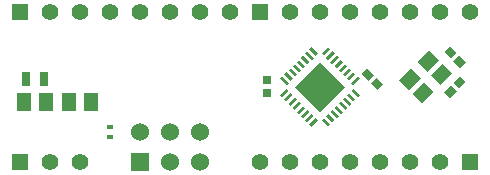
<source format=gts>
G04 (created by PCBNEW (2013-june-11)-stable) date Sun 26 Jan 2014 09:58:45 PM PST*
%MOIN*%
G04 Gerber Fmt 3.4, Leading zero omitted, Abs format*
%FSLAX34Y34*%
G01*
G70*
G90*
G04 APERTURE LIST*
%ADD10C,0.00590551*%
%ADD11R,0.025X0.045*%
%ADD12R,0.0236X0.0157*%
%ADD13R,0.055X0.055*%
%ADD14C,0.055*%
%ADD15R,0.06X0.06*%
%ADD16C,0.06*%
%ADD17R,0.0512X0.059*%
%ADD18R,0.0275X0.0315*%
G04 APERTURE END LIST*
G54D10*
G36*
X107910Y-47050D02*
X107590Y-46730D01*
X107980Y-46340D01*
X108300Y-46660D01*
X107910Y-47050D01*
X107910Y-47050D01*
G37*
G36*
X108523Y-46437D02*
X108202Y-46117D01*
X108592Y-45728D01*
X108912Y-46048D01*
X108523Y-46437D01*
X108523Y-46437D01*
G37*
G36*
X108077Y-45992D02*
X107757Y-45672D01*
X108147Y-45282D01*
X108467Y-45602D01*
X108077Y-45992D01*
X108077Y-45992D01*
G37*
G36*
X107465Y-46604D02*
X107145Y-46284D01*
X107534Y-45895D01*
X107854Y-46215D01*
X107465Y-46604D01*
X107465Y-46604D01*
G37*
G54D11*
X94700Y-46250D03*
X95300Y-46250D03*
G54D12*
X97500Y-48177D03*
X97500Y-47823D03*
G54D13*
X109500Y-49000D03*
G54D14*
X108500Y-49000D03*
X107500Y-49000D03*
X106500Y-49000D03*
X105500Y-49000D03*
X104500Y-49000D03*
X103500Y-49000D03*
X102500Y-49000D03*
G54D13*
X94500Y-44000D03*
G54D14*
X95500Y-44000D03*
X96500Y-44000D03*
X97500Y-44000D03*
X98500Y-44000D03*
X99500Y-44000D03*
X100500Y-44000D03*
X101500Y-44000D03*
G54D13*
X102500Y-44000D03*
G54D14*
X103500Y-44000D03*
X104500Y-44000D03*
X105500Y-44000D03*
X106500Y-44000D03*
X107500Y-44000D03*
X108500Y-44000D03*
X109500Y-44000D03*
G54D13*
X94500Y-49000D03*
G54D14*
X95500Y-49000D03*
X96500Y-49000D03*
G54D10*
G36*
X103527Y-46293D02*
X103314Y-46081D01*
X103385Y-46010D01*
X103597Y-46222D01*
X103527Y-46293D01*
X103527Y-46293D01*
G37*
G36*
X103666Y-46154D02*
X103454Y-45942D01*
X103524Y-45871D01*
X103737Y-46083D01*
X103666Y-46154D01*
X103666Y-46154D01*
G37*
G36*
X103805Y-46014D02*
X103593Y-45802D01*
X103664Y-45732D01*
X103876Y-45944D01*
X103805Y-46014D01*
X103805Y-46014D01*
G37*
G36*
X103387Y-46432D02*
X103175Y-46220D01*
X103246Y-46149D01*
X103458Y-46362D01*
X103387Y-46432D01*
X103387Y-46432D01*
G37*
G36*
X103458Y-46637D02*
X103246Y-46850D01*
X103175Y-46779D01*
X103387Y-46567D01*
X103458Y-46637D01*
X103458Y-46637D01*
G37*
G36*
X103597Y-46777D02*
X103385Y-46989D01*
X103314Y-46918D01*
X103527Y-46706D01*
X103597Y-46777D01*
X103597Y-46777D01*
G37*
G36*
X103737Y-46916D02*
X103524Y-47128D01*
X103454Y-47057D01*
X103666Y-46845D01*
X103737Y-46916D01*
X103737Y-46916D01*
G37*
G36*
X103876Y-47055D02*
X103664Y-47267D01*
X103593Y-47197D01*
X103805Y-46985D01*
X103876Y-47055D01*
X103876Y-47055D01*
G37*
G36*
X104014Y-47194D02*
X103802Y-47406D01*
X103732Y-47335D01*
X103944Y-47123D01*
X104014Y-47194D01*
X104014Y-47194D01*
G37*
G36*
X104154Y-47333D02*
X103942Y-47545D01*
X103871Y-47475D01*
X104083Y-47262D01*
X104154Y-47333D01*
X104154Y-47333D01*
G37*
G36*
X104293Y-47472D02*
X104081Y-47685D01*
X104010Y-47614D01*
X104222Y-47402D01*
X104293Y-47472D01*
X104293Y-47472D01*
G37*
G36*
X104432Y-47612D02*
X104220Y-47824D01*
X104149Y-47753D01*
X104362Y-47541D01*
X104432Y-47612D01*
X104432Y-47612D01*
G37*
G36*
X105753Y-46850D02*
X105541Y-46637D01*
X105612Y-46567D01*
X105824Y-46779D01*
X105753Y-46850D01*
X105753Y-46850D01*
G37*
G36*
X104779Y-47824D02*
X104567Y-47612D01*
X104637Y-47541D01*
X104850Y-47753D01*
X104779Y-47824D01*
X104779Y-47824D01*
G37*
G36*
X104918Y-47685D02*
X104706Y-47472D01*
X104777Y-47402D01*
X104989Y-47614D01*
X104918Y-47685D01*
X104918Y-47685D01*
G37*
G36*
X105057Y-47545D02*
X104845Y-47333D01*
X104916Y-47262D01*
X105128Y-47475D01*
X105057Y-47545D01*
X105057Y-47545D01*
G37*
G36*
X105197Y-47406D02*
X104985Y-47194D01*
X105055Y-47123D01*
X105267Y-47335D01*
X105197Y-47406D01*
X105197Y-47406D01*
G37*
G36*
X105335Y-47267D02*
X105123Y-47055D01*
X105194Y-46985D01*
X105406Y-47197D01*
X105335Y-47267D01*
X105335Y-47267D01*
G37*
G36*
X105475Y-47128D02*
X105262Y-46916D01*
X105333Y-46845D01*
X105545Y-47057D01*
X105475Y-47128D01*
X105475Y-47128D01*
G37*
G36*
X105614Y-46989D02*
X105402Y-46777D01*
X105472Y-46706D01*
X105685Y-46918D01*
X105614Y-46989D01*
X105614Y-46989D01*
G37*
G36*
X105824Y-46220D02*
X105612Y-46432D01*
X105541Y-46362D01*
X105753Y-46149D01*
X105824Y-46220D01*
X105824Y-46220D01*
G37*
G36*
X105685Y-46081D02*
X105472Y-46293D01*
X105402Y-46222D01*
X105614Y-46010D01*
X105685Y-46081D01*
X105685Y-46081D01*
G37*
G36*
X105545Y-45942D02*
X105333Y-46154D01*
X105262Y-46083D01*
X105475Y-45871D01*
X105545Y-45942D01*
X105545Y-45942D01*
G37*
G36*
X105406Y-45802D02*
X105194Y-46014D01*
X105123Y-45944D01*
X105335Y-45732D01*
X105406Y-45802D01*
X105406Y-45802D01*
G37*
G36*
X105267Y-45664D02*
X105055Y-45876D01*
X104985Y-45805D01*
X105197Y-45593D01*
X105267Y-45664D01*
X105267Y-45664D01*
G37*
G36*
X105128Y-45524D02*
X104916Y-45737D01*
X104845Y-45666D01*
X105057Y-45454D01*
X105128Y-45524D01*
X105128Y-45524D01*
G37*
G36*
X104989Y-45385D02*
X104777Y-45597D01*
X104706Y-45527D01*
X104918Y-45314D01*
X104989Y-45385D01*
X104989Y-45385D01*
G37*
G36*
X104850Y-45246D02*
X104637Y-45458D01*
X104567Y-45387D01*
X104779Y-45175D01*
X104850Y-45246D01*
X104850Y-45246D01*
G37*
G36*
X104362Y-45458D02*
X104149Y-45246D01*
X104220Y-45175D01*
X104432Y-45387D01*
X104362Y-45458D01*
X104362Y-45458D01*
G37*
G36*
X104222Y-45597D02*
X104010Y-45385D01*
X104081Y-45314D01*
X104293Y-45527D01*
X104222Y-45597D01*
X104222Y-45597D01*
G37*
G36*
X104083Y-45737D02*
X103871Y-45524D01*
X103942Y-45454D01*
X104154Y-45666D01*
X104083Y-45737D01*
X104083Y-45737D01*
G37*
G36*
X103944Y-45876D02*
X103732Y-45664D01*
X103802Y-45593D01*
X104014Y-45805D01*
X103944Y-45876D01*
X103944Y-45876D01*
G37*
G36*
X104500Y-47335D02*
X103664Y-46500D01*
X104500Y-45664D01*
X105335Y-46500D01*
X104500Y-47335D01*
X104500Y-47335D01*
G37*
G54D15*
X98500Y-49000D03*
G54D16*
X98500Y-48000D03*
X99500Y-49000D03*
X99500Y-48000D03*
X100500Y-49000D03*
X100500Y-48000D03*
G54D17*
X94625Y-47000D03*
X95375Y-47000D03*
X96875Y-47000D03*
X96125Y-47000D03*
G54D10*
G36*
X108944Y-45638D02*
X109138Y-45444D01*
X109361Y-45666D01*
X109166Y-45861D01*
X108944Y-45638D01*
X108944Y-45638D01*
G37*
G36*
X108638Y-45333D02*
X108833Y-45138D01*
X109055Y-45361D01*
X108861Y-45555D01*
X108638Y-45333D01*
X108638Y-45333D01*
G37*
G36*
X108861Y-46444D02*
X109055Y-46638D01*
X108833Y-46861D01*
X108638Y-46666D01*
X108861Y-46444D01*
X108861Y-46444D01*
G37*
G36*
X109166Y-46138D02*
X109361Y-46333D01*
X109138Y-46555D01*
X108944Y-46361D01*
X109166Y-46138D01*
X109166Y-46138D01*
G37*
G36*
X106305Y-46111D02*
X106111Y-46305D01*
X105888Y-46083D01*
X106083Y-45888D01*
X106305Y-46111D01*
X106305Y-46111D01*
G37*
G36*
X106611Y-46416D02*
X106416Y-46611D01*
X106194Y-46388D01*
X106388Y-46194D01*
X106611Y-46416D01*
X106611Y-46416D01*
G37*
G54D18*
X102750Y-46284D03*
X102750Y-46716D03*
M02*

</source>
